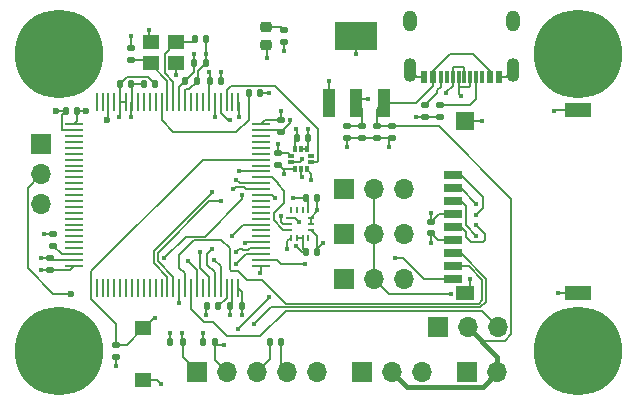
<source format=gbr>
%TF.GenerationSoftware,KiCad,Pcbnew,8.0.4*%
%TF.CreationDate,2024-11-29T22:22:17-05:00*%
%TF.ProjectId,SRSFC,53525346-432e-46b6-9963-61645f706362,V1.0*%
%TF.SameCoordinates,Original*%
%TF.FileFunction,Copper,L1,Top*%
%TF.FilePolarity,Positive*%
%FSLAX46Y46*%
G04 Gerber Fmt 4.6, Leading zero omitted, Abs format (unit mm)*
G04 Created by KiCad (PCBNEW 8.0.4) date 2024-11-29 22:22:17*
%MOMM*%
%LPD*%
G01*
G04 APERTURE LIST*
G04 Aperture macros list*
%AMRoundRect*
0 Rectangle with rounded corners*
0 $1 Rounding radius*
0 $2 $3 $4 $5 $6 $7 $8 $9 X,Y pos of 4 corners*
0 Add a 4 corners polygon primitive as box body*
4,1,4,$2,$3,$4,$5,$6,$7,$8,$9,$2,$3,0*
0 Add four circle primitives for the rounded corners*
1,1,$1+$1,$2,$3*
1,1,$1+$1,$4,$5*
1,1,$1+$1,$6,$7*
1,1,$1+$1,$8,$9*
0 Add four rect primitives between the rounded corners*
20,1,$1+$1,$2,$3,$4,$5,0*
20,1,$1+$1,$4,$5,$6,$7,0*
20,1,$1+$1,$6,$7,$8,$9,0*
20,1,$1+$1,$8,$9,$2,$3,0*%
G04 Aperture macros list end*
%TA.AperFunction,ComponentPad*%
%ADD10R,1.700000X1.700000*%
%TD*%
%TA.AperFunction,ComponentPad*%
%ADD11O,1.700000X1.700000*%
%TD*%
%TA.AperFunction,SMDPad,CuDef*%
%ADD12RoundRect,0.140000X0.140000X0.170000X-0.140000X0.170000X-0.140000X-0.170000X0.140000X-0.170000X0*%
%TD*%
%TA.AperFunction,SMDPad,CuDef*%
%ADD13RoundRect,0.140000X-0.140000X-0.170000X0.140000X-0.170000X0.140000X0.170000X-0.140000X0.170000X0*%
%TD*%
%TA.AperFunction,SMDPad,CuDef*%
%ADD14R,0.980000X2.470000*%
%TD*%
%TA.AperFunction,SMDPad,CuDef*%
%ADD15R,3.600000X2.470000*%
%TD*%
%TA.AperFunction,SMDPad,CuDef*%
%ADD16R,0.280000X1.500000*%
%TD*%
%TA.AperFunction,SMDPad,CuDef*%
%ADD17R,1.500000X0.280000*%
%TD*%
%TA.AperFunction,SMDPad,CuDef*%
%ADD18RoundRect,0.135000X-0.135000X-0.185000X0.135000X-0.185000X0.135000X0.185000X-0.135000X0.185000X0*%
%TD*%
%TA.AperFunction,SMDPad,CuDef*%
%ADD19R,0.550000X1.100000*%
%TD*%
%TA.AperFunction,SMDPad,CuDef*%
%ADD20R,0.300000X1.100000*%
%TD*%
%TA.AperFunction,ComponentPad*%
%ADD21O,1.100000X2.000000*%
%TD*%
%TA.AperFunction,ComponentPad*%
%ADD22O,1.200000X1.800000*%
%TD*%
%TA.AperFunction,SMDPad,CuDef*%
%ADD23RoundRect,0.135000X-0.185000X0.135000X-0.185000X-0.135000X0.185000X-0.135000X0.185000X0.135000X0*%
%TD*%
%TA.AperFunction,SMDPad,CuDef*%
%ADD24RoundRect,0.140000X0.170000X-0.140000X0.170000X0.140000X-0.170000X0.140000X-0.170000X-0.140000X0*%
%TD*%
%TA.AperFunction,SMDPad,CuDef*%
%ADD25RoundRect,0.135000X0.185000X-0.135000X0.185000X0.135000X-0.185000X0.135000X-0.185000X-0.135000X0*%
%TD*%
%TA.AperFunction,SMDPad,CuDef*%
%ADD26RoundRect,0.140000X-0.170000X0.140000X-0.170000X-0.140000X0.170000X-0.140000X0.170000X0.140000X0*%
%TD*%
%TA.AperFunction,ComponentPad*%
%ADD27C,7.500000*%
%TD*%
%TA.AperFunction,SMDPad,CuDef*%
%ADD28R,0.280000X0.500000*%
%TD*%
%TA.AperFunction,SMDPad,CuDef*%
%ADD29R,0.500000X0.280000*%
%TD*%
%TA.AperFunction,SMDPad,CuDef*%
%ADD30RoundRect,0.218750X0.256250X-0.218750X0.256250X0.218750X-0.256250X0.218750X-0.256250X-0.218750X0*%
%TD*%
%TA.AperFunction,SMDPad,CuDef*%
%ADD31RoundRect,0.135000X0.135000X0.185000X-0.135000X0.185000X-0.135000X-0.185000X0.135000X-0.185000X0*%
%TD*%
%TA.AperFunction,SMDPad,CuDef*%
%ADD32R,1.600000X0.700000*%
%TD*%
%TA.AperFunction,SMDPad,CuDef*%
%ADD33R,1.500000X1.200000*%
%TD*%
%TA.AperFunction,SMDPad,CuDef*%
%ADD34R,2.200000X1.200000*%
%TD*%
%TA.AperFunction,SMDPad,CuDef*%
%ADD35R,1.500000X1.600000*%
%TD*%
%TA.AperFunction,SMDPad,CuDef*%
%ADD36R,0.500000X0.300000*%
%TD*%
%TA.AperFunction,SMDPad,CuDef*%
%ADD37R,0.300000X0.500000*%
%TD*%
%TA.AperFunction,SMDPad,CuDef*%
%ADD38R,1.400000X1.200000*%
%TD*%
%TA.AperFunction,SMDPad,CuDef*%
%ADD39R,1.360000X1.230000*%
%TD*%
%TA.AperFunction,ViaPad*%
%ADD40C,0.450000*%
%TD*%
%TA.AperFunction,ViaPad*%
%ADD41C,0.600000*%
%TD*%
%TA.AperFunction,Conductor*%
%ADD42C,0.200000*%
%TD*%
%TA.AperFunction,Conductor*%
%ADD43C,0.400000*%
%TD*%
G04 APERTURE END LIST*
D10*
%TO.P,J6,1,Pin_1*%
%TO.N,GND*%
X147066000Y-101092000D03*
D11*
%TO.P,J6,2,Pin_2*%
%TO.N,VCC*%
X149606000Y-101092000D03*
%TO.P,J6,3,Pin_3*%
%TO.N,/servo_4*%
X152146000Y-101092000D03*
%TD*%
D12*
%TO.P,C1,1*%
%TO.N,GND*%
X139926000Y-89154000D03*
%TO.P,C1,2*%
%TO.N,/nrst*%
X138966000Y-89154000D03*
%TD*%
D10*
%TO.P,J1,1,Pin_1*%
%TO.N,/SWCLK*%
X134620000Y-112776000D03*
D11*
%TO.P,J1,2,Pin_2*%
%TO.N,/SWDIO*%
X137160000Y-112776000D03*
%TO.P,J1,3,Pin_3*%
%TO.N,GND*%
X139700000Y-112776000D03*
%TO.P,J1,4,Pin_4*%
%TO.N,+3.3V*%
X142240000Y-112776000D03*
%TO.P,J1,5,Pin_5*%
%TO.N,/boot0*%
X144780000Y-112776000D03*
%TD*%
D13*
%TO.P,C28,1*%
%TO.N,+3.3V*%
X143058000Y-92964000D03*
%TO.P,C28,2*%
%TO.N,GND*%
X144018000Y-92964000D03*
%TD*%
D14*
%TO.P,U5,1,ADJ(GND)*%
%TO.N,GND*%
X145782000Y-89957000D03*
%TO.P,U5,2,VOUT(TAB)*%
%TO.N,+3.3V*%
X148082000Y-89957000D03*
%TO.P,U5,3,VIN*%
%TO.N,VCC*%
X150382000Y-89957000D03*
D15*
%TO.P,U5,4,TAB*%
%TO.N,+3.3V*%
X148082000Y-84287000D03*
%TD*%
D16*
%TO.P,U1,1,PE2*%
%TO.N,/SPI_SCK_BMP*%
X138080000Y-89890000D03*
%TO.P,U1,2,PE3*%
%TO.N,unconnected-(U1-PE3-Pad2)*%
X137580000Y-89890000D03*
%TO.P,U1,3,PE4*%
%TO.N,/SPI_CS_BMP*%
X137080000Y-89890000D03*
%TO.P,U1,4,PE5*%
%TO.N,/SPI_MISO_BMP*%
X136580000Y-89890000D03*
%TO.P,U1,5,PE6*%
%TO.N,/SPI_MOSI_BMP*%
X136080000Y-89890000D03*
%TO.P,U1,6,VBAT*%
%TO.N,+3.3V*%
X135580000Y-89890000D03*
%TO.P,U1,7,PC13*%
%TO.N,unconnected-(U1-PC13-Pad7)*%
X135080000Y-89890000D03*
%TO.P,U1,8,PC14-OSC32_IN*%
%TO.N,unconnected-(U1-PC14-OSC32_IN-Pad8)*%
X134580000Y-89890000D03*
%TO.P,U1,9,PC15-OSC32_OUT*%
%TO.N,unconnected-(U1-PC15-OSC32_OUT-Pad9)*%
X134080000Y-89890000D03*
%TO.P,U1,10,VSS*%
%TO.N,GND*%
X133580000Y-89890000D03*
%TO.P,U1,11,VDD*%
%TO.N,+3.3V*%
X133080000Y-89890000D03*
%TO.P,U1,12,PH0-OSC_IN*%
%TO.N,Net-(U1-PH0-OSC_IN)*%
X132580000Y-89890000D03*
%TO.P,U1,13,PH1-OSC_OUT*%
%TO.N,Net-(U1-PH1-OSC_OUT)*%
X132080000Y-89890000D03*
%TO.P,U1,14,NRST*%
%TO.N,/nrst*%
X131580000Y-89890000D03*
%TO.P,U1,15,PC0*%
%TO.N,unconnected-(U1-PC0-Pad15)*%
X131080000Y-89890000D03*
%TO.P,U1,16,PC1*%
%TO.N,unconnected-(U1-PC1-Pad16)*%
X130580000Y-89890000D03*
%TO.P,U1,17,PC2_C*%
%TO.N,unconnected-(U1-PC2_C-Pad17)*%
X130080000Y-89890000D03*
%TO.P,U1,18,PC3_C*%
%TO.N,unconnected-(U1-PC3_C-Pad18)*%
X129580000Y-89890000D03*
%TO.P,U1,19,VSSA*%
%TO.N,GND*%
X129080000Y-89890000D03*
%TO.P,U1,20,VREF+*%
%TO.N,+3.3V*%
X128580000Y-89890000D03*
%TO.P,U1,21,VDDA*%
X128080000Y-89890000D03*
%TO.P,U1,22,PA0*%
%TO.N,unconnected-(U1-PA0-Pad22)*%
X127580000Y-89890000D03*
%TO.P,U1,23,PA1*%
%TO.N,/IBUS_RX*%
X127080000Y-89890000D03*
%TO.P,U1,24,PA2*%
%TO.N,unconnected-(U1-PA2-Pad24)*%
X126580000Y-89890000D03*
%TO.P,U1,25,PA3*%
%TO.N,unconnected-(U1-PA3-Pad25)*%
X126080000Y-89890000D03*
D17*
%TO.P,U1,26,VSS*%
%TO.N,GND*%
X124180000Y-91790000D03*
%TO.P,U1,27,VDD*%
%TO.N,+3.3V*%
X124180000Y-92290000D03*
%TO.P,U1,28,PA4*%
%TO.N,unconnected-(U1-PA4-Pad28)*%
X124180000Y-92790000D03*
%TO.P,U1,29,PA5*%
%TO.N,unconnected-(U1-PA5-Pad29)*%
X124180000Y-93290000D03*
%TO.P,U1,30,PA6*%
%TO.N,unconnected-(U1-PA6-Pad30)*%
X124180000Y-93790000D03*
%TO.P,U1,31,PA7*%
%TO.N,unconnected-(U1-PA7-Pad31)*%
X124180000Y-94290000D03*
%TO.P,U1,32,PC4*%
%TO.N,unconnected-(U1-PC4-Pad32)*%
X124180000Y-94790000D03*
%TO.P,U1,33,PC5*%
%TO.N,unconnected-(U1-PC5-Pad33)*%
X124180000Y-95290000D03*
%TO.P,U1,34,PB0*%
%TO.N,unconnected-(U1-PB0-Pad34)*%
X124180000Y-95790000D03*
%TO.P,U1,35,PB1*%
%TO.N,unconnected-(U1-PB1-Pad35)*%
X124180000Y-96290000D03*
%TO.P,U1,36,PB2*%
%TO.N,unconnected-(U1-PB2-Pad36)*%
X124180000Y-96790000D03*
%TO.P,U1,37,PE7*%
%TO.N,unconnected-(U1-PE7-Pad37)*%
X124180000Y-97290000D03*
%TO.P,U1,38,PE8*%
%TO.N,unconnected-(U1-PE8-Pad38)*%
X124180000Y-97790000D03*
%TO.P,U1,39,PE9*%
%TO.N,unconnected-(U1-PE9-Pad39)*%
X124180000Y-98290000D03*
%TO.P,U1,40,PE10*%
%TO.N,unconnected-(U1-PE10-Pad40)*%
X124180000Y-98790000D03*
%TO.P,U1,41,PE11*%
%TO.N,unconnected-(U1-PE11-Pad41)*%
X124180000Y-99290000D03*
%TO.P,U1,42,PE12*%
%TO.N,unconnected-(U1-PE12-Pad42)*%
X124180000Y-99790000D03*
%TO.P,U1,43,PE13*%
%TO.N,unconnected-(U1-PE13-Pad43)*%
X124180000Y-100290000D03*
%TO.P,U1,44,PE14*%
%TO.N,unconnected-(U1-PE14-Pad44)*%
X124180000Y-100790000D03*
%TO.P,U1,45,PE15*%
%TO.N,unconnected-(U1-PE15-Pad45)*%
X124180000Y-101290000D03*
%TO.P,U1,46,PB10*%
%TO.N,unconnected-(U1-PB10-Pad46)*%
X124180000Y-101790000D03*
%TO.P,U1,47,PB11*%
%TO.N,unconnected-(U1-PB11-Pad47)*%
X124180000Y-102290000D03*
%TO.P,U1,48,VCAP*%
%TO.N,Net-(C10-Pad1)*%
X124180000Y-102790000D03*
%TO.P,U1,49,VSS*%
%TO.N,GND*%
X124180000Y-103290000D03*
%TO.P,U1,50,VDD*%
%TO.N,+3.3V*%
X124180000Y-103790000D03*
D16*
%TO.P,U1,51,PB12*%
%TO.N,unconnected-(U1-PB12-Pad51)*%
X126080000Y-105690000D03*
%TO.P,U1,52,PB13*%
%TO.N,unconnected-(U1-PB13-Pad52)*%
X126580000Y-105690000D03*
%TO.P,U1,53,PB14*%
%TO.N,unconnected-(U1-PB14-Pad53)*%
X127080000Y-105690000D03*
%TO.P,U1,54,PB15*%
%TO.N,unconnected-(U1-PB15-Pad54)*%
X127580000Y-105690000D03*
%TO.P,U1,55,PD8*%
%TO.N,unconnected-(U1-PD8-Pad55)*%
X128080000Y-105690000D03*
%TO.P,U1,56,PD9*%
%TO.N,unconnected-(U1-PD9-Pad56)*%
X128580000Y-105690000D03*
%TO.P,U1,57,PD10*%
%TO.N,unconnected-(U1-PD10-Pad57)*%
X129080000Y-105690000D03*
%TO.P,U1,58,PD11*%
%TO.N,unconnected-(U1-PD11-Pad58)*%
X129580000Y-105690000D03*
%TO.P,U1,59,PD12*%
%TO.N,unconnected-(U1-PD12-Pad59)*%
X130080000Y-105690000D03*
%TO.P,U1,60,PD13*%
%TO.N,unconnected-(U1-PD13-Pad60)*%
X130580000Y-105690000D03*
%TO.P,U1,61,PD14*%
%TO.N,unconnected-(U1-PD14-Pad61)*%
X131080000Y-105690000D03*
%TO.P,U1,62,PD15*%
%TO.N,unconnected-(U1-PD15-Pad62)*%
X131580000Y-105690000D03*
%TO.P,U1,63,PC6*%
%TO.N,/servo_3*%
X132080000Y-105690000D03*
%TO.P,U1,64,PC7*%
%TO.N,/servo_4*%
X132580000Y-105690000D03*
%TO.P,U1,65,PC8*%
%TO.N,/SDIO_D0*%
X133080000Y-105690000D03*
%TO.P,U1,66,PC9*%
%TO.N,/SDIO_D1*%
X133580000Y-105690000D03*
%TO.P,U1,67,PA8*%
%TO.N,/servo_2*%
X134080000Y-105690000D03*
%TO.P,U1,68,PA9*%
%TO.N,/servo_5*%
X134580000Y-105690000D03*
%TO.P,U1,69,PA10*%
%TO.N,unconnected-(U1-PA10-Pad69)*%
X135080000Y-105690000D03*
%TO.P,U1,70,PA11*%
%TO.N,/USB-*%
X135580000Y-105690000D03*
%TO.P,U1,71,PA12*%
%TO.N,/USB+*%
X136080000Y-105690000D03*
%TO.P,U1,72,PA13*%
%TO.N,/SWDIO*%
X136580000Y-105690000D03*
%TO.P,U1,73,VCAP*%
%TO.N,Net-(C12-Pad1)*%
X137080000Y-105690000D03*
%TO.P,U1,74,VSS*%
%TO.N,GND*%
X137580000Y-105690000D03*
%TO.P,U1,75,VDD*%
%TO.N,+3.3V*%
X138080000Y-105690000D03*
D17*
%TO.P,U1,76,PA14*%
%TO.N,/SWCLK*%
X139980000Y-103790000D03*
%TO.P,U1,77,PA15*%
%TO.N,/SD_CD*%
X139980000Y-103290000D03*
%TO.P,U1,78,PC10*%
%TO.N,/SDIO_D2*%
X139980000Y-102790000D03*
%TO.P,U1,79,PC11*%
%TO.N,/SDIO_D3*%
X139980000Y-102290000D03*
%TO.P,U1,80,PC12*%
%TO.N,/SDIO_SCK*%
X139980000Y-101790000D03*
%TO.P,U1,81,PD0*%
%TO.N,unconnected-(U1-PD0-Pad81)*%
X139980000Y-101290000D03*
%TO.P,U1,82,PD1*%
%TO.N,unconnected-(U1-PD1-Pad82)*%
X139980000Y-100790000D03*
%TO.P,U1,83,PD2*%
%TO.N,/SDIO_CMD*%
X139980000Y-100290000D03*
%TO.P,U1,84,PD3*%
%TO.N,unconnected-(U1-PD3-Pad84)*%
X139980000Y-99790000D03*
%TO.P,U1,85,PD4*%
%TO.N,unconnected-(U1-PD4-Pad85)*%
X139980000Y-99290000D03*
%TO.P,U1,86,PD5*%
%TO.N,unconnected-(U1-PD5-Pad86)*%
X139980000Y-98790000D03*
%TO.P,U1,87,PD6*%
%TO.N,unconnected-(U1-PD6-Pad87)*%
X139980000Y-98290000D03*
%TO.P,U1,88,PD7*%
%TO.N,/SPI_CS_LSM*%
X139980000Y-97790000D03*
%TO.P,U1,89,PB3*%
%TO.N,/SPI_SCK_LSM*%
X139980000Y-97290000D03*
%TO.P,U1,90,PB4*%
%TO.N,/SPI_MISO_LSM*%
X139980000Y-96790000D03*
%TO.P,U1,91,PB5*%
%TO.N,/SPI_MOSI_LSM*%
X139980000Y-96290000D03*
%TO.P,U1,92,PB6*%
%TO.N,/servo_1*%
X139980000Y-95790000D03*
%TO.P,U1,93,PB7*%
%TO.N,unconnected-(U1-PB7-Pad93)*%
X139980000Y-95290000D03*
%TO.P,U1,94,BOOT0*%
%TO.N,/boot0*%
X139980000Y-94790000D03*
%TO.P,U1,95,PB8*%
%TO.N,unconnected-(U1-PB8-Pad95)*%
X139980000Y-94290000D03*
%TO.P,U1,96,PB9*%
%TO.N,unconnected-(U1-PB9-Pad96)*%
X139980000Y-93790000D03*
%TO.P,U1,97,PE0*%
%TO.N,unconnected-(U1-PE0-Pad97)*%
X139980000Y-93290000D03*
%TO.P,U1,98,PE1*%
%TO.N,unconnected-(U1-PE1-Pad98)*%
X139980000Y-92790000D03*
%TO.P,U1,99,VSS*%
%TO.N,GND*%
X139980000Y-92290000D03*
%TO.P,U1,100,VDD*%
%TO.N,+3.3V*%
X139980000Y-91790000D03*
%TD*%
D18*
%TO.P,R5,1*%
%TO.N,GND*%
X132334000Y-110236000D03*
%TO.P,R5,2*%
%TO.N,/SWCLK*%
X133354000Y-110236000D03*
%TD*%
D19*
%TO.P,USB1,1,GND*%
%TO.N,GND*%
X160172000Y-87791500D03*
%TO.P,USB1,2,VBUS*%
%TO.N,VCC*%
X159372000Y-87791500D03*
D20*
%TO.P,USB1,3,SBU2*%
%TO.N,unconnected-(USB1-SBU2-Pad3)*%
X158722000Y-87791500D03*
%TO.P,USB1,4,CC1*%
%TO.N,Net-(USB1-CC1)*%
X158222000Y-87791500D03*
%TO.P,USB1,5,DN2*%
%TO.N,/USB-*%
X157722000Y-87791500D03*
%TO.P,USB1,6,DP1*%
%TO.N,/USB+*%
X157222000Y-87791500D03*
%TO.P,USB1,7,DN1*%
%TO.N,/USB-*%
X156722000Y-87791500D03*
%TO.P,USB1,8,DP2*%
%TO.N,/USB+*%
X156222000Y-87791500D03*
%TO.P,USB1,9,SBU1*%
%TO.N,unconnected-(USB1-SBU1-Pad9)*%
X155722000Y-87791500D03*
%TO.P,USB1,10,CC2*%
%TO.N,Net-(USB1-CC2)*%
X155222000Y-87791500D03*
D19*
%TO.P,USB1,11,VBUS*%
%TO.N,VCC*%
X154572000Y-87791500D03*
%TO.P,USB1,12,GND*%
%TO.N,GND*%
X153772000Y-87791500D03*
D21*
%TO.P,USB1,13,SHELL*%
X161297000Y-87241500D03*
D22*
X161297000Y-83041500D03*
D21*
%TO.P,USB1,14,SHELL*%
X152647000Y-87241500D03*
D22*
X152647000Y-83041500D03*
%TD*%
D12*
%TO.P,C11,1*%
%TO.N,GND*%
X136624000Y-88138000D03*
%TO.P,C11,2*%
%TO.N,+3.3V*%
X135664000Y-88138000D03*
%TD*%
D13*
%TO.P,C2,1*%
%TO.N,Net-(U1-PH0-OSC_IN)*%
X134422000Y-84582000D03*
%TO.P,C2,2*%
%TO.N,GND*%
X135382000Y-84582000D03*
%TD*%
D23*
%TO.P,R4,1*%
%TO.N,Net-(USB1-CC1)*%
X155194000Y-90170000D03*
%TO.P,R4,2*%
%TO.N,GND*%
X155194000Y-91190000D03*
%TD*%
D10*
%TO.P,J8,1,Pin_1*%
%TO.N,GND*%
X121412000Y-93472000D03*
D11*
%TO.P,J8,2,Pin_2*%
%TO.N,VCC*%
X121412000Y-96012000D03*
%TO.P,J8,3,Pin_3*%
%TO.N,/IBUS_RX*%
X121412000Y-98552000D03*
%TD*%
D12*
%TO.P,C5,1*%
%TO.N,+3.3V*%
X131036000Y-88392000D03*
%TO.P,C5,2*%
%TO.N,GND*%
X130076000Y-88392000D03*
%TD*%
D10*
%TO.P,J3,1,Pin_1*%
%TO.N,GND*%
X148590000Y-112776000D03*
D11*
%TO.P,J3,2,Pin_2*%
%TO.N,VCC*%
X151130000Y-112776000D03*
%TO.P,J3,3,Pin_3*%
%TO.N,/servo_1*%
X153670000Y-112776000D03*
%TD*%
D24*
%TO.P,C10,1*%
%TO.N,Net-(C10-Pad1)*%
X122428000Y-102080000D03*
%TO.P,C10,2*%
%TO.N,GND*%
X122428000Y-101120000D03*
%TD*%
D25*
%TO.P,R1,1*%
%TO.N,GND*%
X127762000Y-111508000D03*
%TO.P,R1,2*%
%TO.N,/boot0*%
X127762000Y-110488000D03*
%TD*%
D26*
%TO.P,C22,1*%
%TO.N,+3.3V*%
X147320000Y-91976000D03*
%TO.P,C22,2*%
%TO.N,GND*%
X147320000Y-92936000D03*
%TD*%
D23*
%TO.P,R3,1*%
%TO.N,Net-(USB1-CC2)*%
X153924000Y-90166000D03*
%TO.P,R3,2*%
%TO.N,GND*%
X153924000Y-91186000D03*
%TD*%
D13*
%TO.P,C8,1*%
%TO.N,+3.3V*%
X123472000Y-90678000D03*
%TO.P,C8,2*%
%TO.N,GND*%
X124432000Y-90678000D03*
%TD*%
D12*
%TO.P,C26,1*%
%TO.N,+3.3V*%
X141732000Y-110236000D03*
%TO.P,C26,2*%
%TO.N,GND*%
X140772000Y-110236000D03*
%TD*%
%TO.P,C4,1*%
%TO.N,GND*%
X135326000Y-86614000D03*
%TO.P,C4,2*%
%TO.N,+3.3V*%
X134366000Y-86614000D03*
%TD*%
D27*
%TO.P,H4,1*%
%TO.N,N/C*%
X166878000Y-110998000D03*
%TD*%
D10*
%TO.P,J7,1,Pin_1*%
%TO.N,GND*%
X147066000Y-97282000D03*
D11*
%TO.P,J7,2,Pin_2*%
%TO.N,VCC*%
X149606000Y-97282000D03*
%TO.P,J7,3,Pin_3*%
%TO.N,/servo_5*%
X152146000Y-97282000D03*
%TD*%
D26*
%TO.P,C24,1*%
%TO.N,VCC*%
X149860000Y-91976000D03*
%TO.P,C24,2*%
%TO.N,GND*%
X149860000Y-92936000D03*
%TD*%
D24*
%TO.P,C3,1*%
%TO.N,Net-(U1-PH1-OSC_OUT)*%
X129032000Y-86332000D03*
%TO.P,C3,2*%
%TO.N,GND*%
X129032000Y-85372000D03*
%TD*%
D10*
%TO.P,J5,1,Pin_1*%
%TO.N,GND*%
X147066000Y-104902000D03*
D11*
%TO.P,J5,2,Pin_2*%
%TO.N,VCC*%
X149606000Y-104902000D03*
%TO.P,J5,3,Pin_3*%
%TO.N,/servo_3*%
X152146000Y-104902000D03*
%TD*%
D13*
%TO.P,C7,1*%
%TO.N,+3.3V*%
X128044000Y-88392000D03*
%TO.P,C7,2*%
%TO.N,GND*%
X129004000Y-88392000D03*
%TD*%
D12*
%TO.P,C13,1*%
%TO.N,+3.3V*%
X138374000Y-107188000D03*
%TO.P,C13,2*%
%TO.N,GND*%
X137414000Y-107188000D03*
%TD*%
D23*
%TO.P,R2,1*%
%TO.N,Net-(D1-A)*%
X141986000Y-83818000D03*
%TO.P,R2,2*%
%TO.N,+3.3V*%
X141986000Y-84838000D03*
%TD*%
D10*
%TO.P,J2,1,Pin_1*%
%TO.N,GND*%
X157480000Y-112776000D03*
D11*
%TO.P,J2,2,Pin_2*%
%TO.N,VCC*%
X160020000Y-112776000D03*
%TD*%
D24*
%TO.P,C6,1*%
%TO.N,+3.3V*%
X122174000Y-104112000D03*
%TO.P,C6,2*%
%TO.N,GND*%
X122174000Y-103152000D03*
%TD*%
D26*
%TO.P,C25,1*%
%TO.N,VCC*%
X151130000Y-91976000D03*
%TO.P,C25,2*%
%TO.N,GND*%
X151130000Y-92936000D03*
%TD*%
D27*
%TO.P,H3,1*%
%TO.N,N/C*%
X122936000Y-110998000D03*
%TD*%
D24*
%TO.P,C27,1*%
%TO.N,GND*%
X154432000Y-101036000D03*
%TO.P,C27,2*%
%TO.N,+3.3V*%
X154432000Y-100076000D03*
%TD*%
D28*
%TO.P,U2,1,SDO/SA0*%
%TO.N,/SPI_MISO_LSM*%
X142518000Y-101410000D03*
%TO.P,U2,2,SDx*%
%TO.N,GND*%
X143018000Y-101410000D03*
%TO.P,U2,3,SCx*%
X143518000Y-101410000D03*
%TO.P,U2,4,INT1*%
%TO.N,unconnected-(U2-INT1-Pad4)*%
X144018000Y-101410000D03*
D29*
%TO.P,U2,5,VDDIO*%
%TO.N,+3.3V*%
X144193000Y-100735000D03*
%TO.P,U2,6,GND*%
%TO.N,GND*%
X144193000Y-100235000D03*
%TO.P,U2,7,GND*%
X144193000Y-99735000D03*
D28*
%TO.P,U2,8,VDD*%
%TO.N,+3.3V*%
X144018000Y-99060000D03*
%TO.P,U2,9,INT2*%
%TO.N,unconnected-(U2-INT2-Pad9)*%
X143518000Y-99060000D03*
%TO.P,U2,10,OCS_Aux*%
%TO.N,unconnected-(U2-OCS_Aux-Pad10)*%
X143018000Y-99060000D03*
%TO.P,U2,11,SDO_Aux*%
%TO.N,unconnected-(U2-SDO_Aux-Pad11)*%
X142518000Y-99060000D03*
D29*
%TO.P,U2,12,CS*%
%TO.N,/SPI_CS_LSM*%
X142343000Y-99735000D03*
%TO.P,U2,13,SCL*%
%TO.N,/SPI_SCK_LSM*%
X142343000Y-100235000D03*
%TO.P,U2,14,SDA*%
%TO.N,/SPI_MOSI_LSM*%
X142343000Y-100735000D03*
%TD*%
D13*
%TO.P,C15,1*%
%TO.N,+3.3V*%
X143792000Y-98044000D03*
%TO.P,C15,2*%
%TO.N,GND*%
X144752000Y-98044000D03*
%TD*%
%TO.P,C16,1*%
%TO.N,GND*%
X143792000Y-102616000D03*
%TO.P,C16,2*%
%TO.N,+3.3V*%
X144752000Y-102616000D03*
%TD*%
D26*
%TO.P,C14,1*%
%TO.N,+3.3V*%
X141732000Y-91468000D03*
%TO.P,C14,2*%
%TO.N,GND*%
X141732000Y-92428000D03*
%TD*%
D12*
%TO.P,C12,1*%
%TO.N,Net-(C12-Pad1)*%
X136370000Y-107188000D03*
%TO.P,C12,2*%
%TO.N,GND*%
X135410000Y-107188000D03*
%TD*%
D30*
%TO.P,D1,1,K*%
%TO.N,GND*%
X140462000Y-85115500D03*
%TO.P,D1,2,A*%
%TO.N,Net-(D1-A)*%
X140462000Y-83540500D03*
%TD*%
D31*
%TO.P,R6,1*%
%TO.N,/SWDIO*%
X136144000Y-110236000D03*
%TO.P,R6,2*%
%TO.N,+3.3V*%
X135124000Y-110236000D03*
%TD*%
D32*
%TO.P,CARD1,1,DAT2*%
%TO.N,/SDIO_D2*%
X156244000Y-96100000D03*
%TO.P,CARD1,2,CD/DAT3*%
%TO.N,/SDIO_D3*%
X156244000Y-97200000D03*
%TO.P,CARD1,3,CMD*%
%TO.N,/SDIO_CMD*%
X156244000Y-98300000D03*
%TO.P,CARD1,4,VDD*%
%TO.N,+3.3V*%
X156244000Y-99400000D03*
%TO.P,CARD1,5,CLX*%
%TO.N,/SDIO_SCK*%
X156244000Y-100500000D03*
%TO.P,CARD1,6,VSS*%
%TO.N,GND*%
X156244000Y-101600000D03*
%TO.P,CARD1,7,DAT0*%
%TO.N,/SDIO_D0*%
X156244000Y-102700000D03*
%TO.P,CARD1,8,DAT1*%
%TO.N,/SDIO_D1*%
X156244000Y-103800000D03*
D33*
%TO.P,CARD1,10,10*%
%TO.N,GND*%
X157244000Y-106100000D03*
D34*
%TO.P,CARD1,11,11*%
X166844000Y-106100000D03*
%TO.P,CARD1,12,12*%
X166844000Y-90600000D03*
D35*
%TO.P,CARD1,13,13*%
X157244000Y-91500000D03*
D32*
%TO.P,CARD1,CD,CD*%
%TO.N,/SD_CD*%
X156244000Y-104900000D03*
%TD*%
D36*
%TO.P,U6,1,VDDIO*%
%TO.N,+3.3V*%
X142530000Y-94488000D03*
%TO.P,U6,2,SCK*%
%TO.N,/SPI_SCK_BMP*%
X142530000Y-94988000D03*
D37*
%TO.P,U6,3,VSS*%
%TO.N,GND*%
X142901000Y-95607000D03*
%TO.P,U6,4,SDI*%
%TO.N,/SPI_MOSI_BMP*%
X143401000Y-95607000D03*
%TO.P,U6,5,SDO*%
%TO.N,/SPI_MISO_BMP*%
X143901000Y-95607000D03*
D36*
%TO.P,U6,6,CSB*%
%TO.N,/SPI_CS_BMP*%
X144272000Y-94988000D03*
%TO.P,U6,7,INT*%
%TO.N,unconnected-(U6-INT-Pad7)*%
X144272000Y-94488000D03*
D37*
%TO.P,U6,8,VSS*%
%TO.N,GND*%
X143901000Y-93869000D03*
%TO.P,U6,9,VSS*%
X143401000Y-93869000D03*
%TO.P,U6,10,VDD*%
%TO.N,+3.3V*%
X142901000Y-93869000D03*
%TD*%
D10*
%TO.P,J4,1,Pin_1*%
%TO.N,GND*%
X154955000Y-108966000D03*
D11*
%TO.P,J4,2,Pin_2*%
%TO.N,VCC*%
X157495000Y-108966000D03*
%TO.P,J4,3,Pin_3*%
%TO.N,/servo_2*%
X160035000Y-108966000D03*
%TD*%
D38*
%TO.P,X1,1,OSC1*%
%TO.N,Net-(U1-PH1-OSC_OUT)*%
X130642000Y-86614000D03*
%TO.P,X1,2,GND*%
%TO.N,GND*%
X132842000Y-86614000D03*
%TO.P,X1,3,OSC2*%
%TO.N,Net-(U1-PH0-OSC_IN)*%
X132842000Y-84864000D03*
%TO.P,X1,4,GND*%
%TO.N,GND*%
X130642000Y-84864000D03*
%TD*%
D27*
%TO.P,H2,1*%
%TO.N,N/C*%
X166878000Y-85852000D03*
%TD*%
D39*
%TO.P,SW1,1,1*%
%TO.N,+3.3V*%
X130048000Y-113437000D03*
%TO.P,SW1,2,2*%
%TO.N,/boot0*%
X130048000Y-109067000D03*
%TD*%
D13*
%TO.P,C9,1*%
%TO.N,+3.3V*%
X133604000Y-88138000D03*
%TO.P,C9,2*%
%TO.N,GND*%
X134564000Y-88138000D03*
%TD*%
D27*
%TO.P,H1,1*%
%TO.N,N/C*%
X122936000Y-85852000D03*
%TD*%
D26*
%TO.P,C17,1*%
%TO.N,+3.3V*%
X141478000Y-94262000D03*
%TO.P,C17,2*%
%TO.N,GND*%
X141478000Y-95222000D03*
%TD*%
%TO.P,C23,1*%
%TO.N,+3.3V*%
X148590000Y-91976000D03*
%TO.P,C23,2*%
%TO.N,GND*%
X148590000Y-92936000D03*
%TD*%
D40*
%TO.N,GND*%
X136652000Y-87376000D03*
X158690000Y-91500000D03*
X135382000Y-85852000D03*
X141986000Y-96012000D03*
X150876000Y-93726000D03*
X153162000Y-91186000D03*
X147320000Y-93726000D03*
X121666000Y-101092000D03*
D41*
X125222000Y-90678000D03*
D40*
X127762000Y-112268000D03*
X135382000Y-107950000D03*
X121412000Y-103124000D03*
X142494000Y-91440000D03*
X132334000Y-109474000D03*
X137414000Y-107950000D03*
X164846000Y-90678000D03*
X129032000Y-84328000D03*
X143002000Y-102108000D03*
X144780000Y-99060000D03*
X129032000Y-91186000D03*
X144018000Y-92202000D03*
X145796000Y-88138000D03*
X140716000Y-89154000D03*
X132842000Y-87630000D03*
X165172000Y-106100000D03*
X154432000Y-101854000D03*
X140520793Y-86175316D03*
X130556000Y-83820000D03*
X157734000Y-104902000D03*
%TO.N,+3.3V*%
X131572000Y-113792000D03*
X135636000Y-87376000D03*
X134366000Y-85852000D03*
X121412000Y-104140000D03*
X141478000Y-93472000D03*
X149098000Y-89662000D03*
X141732000Y-90678000D03*
X143002000Y-92202000D03*
X142748000Y-98044000D03*
X135128000Y-109474000D03*
X138430000Y-107950000D03*
X128016000Y-91186000D03*
X154432000Y-99314000D03*
X145288000Y-101854000D03*
X141986000Y-85598000D03*
X148082000Y-85852000D03*
D41*
X122682000Y-90678000D03*
D40*
%TO.N,/servo_3*%
X135890000Y-97536000D03*
%TO.N,/servo_4*%
X136652000Y-98298000D03*
%TO.N,/SWCLK*%
X139954000Y-104394000D03*
X138078122Y-109122122D03*
X133350000Y-109474000D03*
X140716000Y-106426000D03*
%TO.N,/SWDIO*%
X136906000Y-110490000D03*
X136017000Y-103251000D03*
%TO.N,/boot0*%
X131064000Y-108204000D03*
%TO.N,/servo_5*%
X133858000Y-103378000D03*
X138430000Y-97790000D03*
X131826000Y-103124000D03*
%TO.N,/SDIO_D0*%
X139414250Y-108743750D03*
X133096000Y-106934000D03*
%TO.N,/SDIO_D3*%
X158242000Y-98552000D03*
X137922000Y-102616000D03*
%TO.N,/USB-*%
X134874000Y-102616000D03*
X156972000Y-89408000D03*
%TO.N,/USB+*%
X135890000Y-102362000D03*
X155702000Y-89154000D03*
%TO.N,/SPI_CS_LSM*%
X143256000Y-100076000D03*
X141224000Y-98044000D03*
%TO.N,/SPI_SCK_BMP*%
X143510000Y-94742000D03*
X138176000Y-91186000D03*
%TO.N,/SDIO_CMD*%
X137541000Y-101219000D03*
X158242000Y-101219000D03*
%TO.N,/SPI_MISO_BMP*%
X137414000Y-91440000D03*
X144272000Y-96520000D03*
%TO.N,/SDIO_SCK*%
X158242000Y-100330000D03*
X138684000Y-101854000D03*
%TO.N,/SPI_MOSI_BMP*%
X143510000Y-96266000D03*
X136144000Y-91186000D03*
%TO.N,/SD_CD*%
X143764000Y-103632000D03*
X151384000Y-103124000D03*
D41*
%TO.N,/IBUS_RX*%
X127000000Y-91440000D03*
D40*
%TO.N,/SDIO_D2*%
X137922000Y-103632000D03*
X158242000Y-99441000D03*
%TO.N,/SPI_MISO_LSM*%
X137922000Y-96520000D03*
X142240000Y-102362000D03*
%TO.N,/SPI_SCK_LSM*%
X141669182Y-99563302D03*
X137668000Y-97282000D03*
D41*
%TO.N,VCC*%
X123952000Y-106172000D03*
D40*
X156068998Y-106172000D03*
%TO.N,/servo_1*%
X138176000Y-95758000D03*
%TD*%
D42*
%TO.N,/nrst*%
X132588000Y-92456000D02*
X137922000Y-92456000D01*
X131580000Y-91448000D02*
X132588000Y-92456000D01*
X138966000Y-91412000D02*
X138966000Y-89154000D01*
X137922000Y-92456000D02*
X138966000Y-91412000D01*
X131580000Y-89890000D02*
X131580000Y-91448000D01*
%TO.N,GND*%
X141478000Y-95222000D02*
X141863000Y-95607000D01*
X154432000Y-101036000D02*
X154996000Y-101600000D01*
X140520793Y-86175316D02*
X140520793Y-85174293D01*
X129032000Y-91186000D02*
X129032000Y-89938000D01*
X129032000Y-89938000D02*
X129080000Y-89890000D01*
X125222000Y-90678000D02*
X124432000Y-90678000D01*
X154996000Y-101600000D02*
X156244000Y-101600000D01*
X150876000Y-93726000D02*
X150876000Y-93190000D01*
X129004000Y-88392000D02*
X130076000Y-88392000D01*
X137580000Y-107022000D02*
X137580000Y-105690000D01*
X137414000Y-107950000D02*
X137414000Y-107188000D01*
X134564000Y-88194000D02*
X133918000Y-88840000D01*
X144193000Y-100235000D02*
X144193000Y-99735000D01*
X158690000Y-91500000D02*
X157244000Y-91500000D01*
X137414000Y-107188000D02*
X137580000Y-107022000D01*
X144018000Y-92964000D02*
X144018000Y-93752000D01*
X135382000Y-107950000D02*
X135382000Y-107216000D01*
X145796000Y-89943000D02*
X145782000Y-89957000D01*
X143510000Y-102616000D02*
X143792000Y-102616000D01*
X130556000Y-84778000D02*
X130642000Y-84864000D01*
X144752000Y-99032000D02*
X144752000Y-98044000D01*
X140772000Y-110236000D02*
X140772000Y-111704000D01*
X141732000Y-92428000D02*
X141594000Y-92290000D01*
X132334000Y-110236000D02*
X132334000Y-109474000D01*
X144752000Y-99176000D02*
X144752000Y-99088000D01*
X150876000Y-93190000D02*
X151130000Y-92936000D01*
X122174000Y-103152000D02*
X122312000Y-103290000D01*
X143792000Y-102616000D02*
X143518000Y-102342000D01*
X142494000Y-91440000D02*
X142494000Y-91666000D01*
X134564000Y-88138000D02*
X134693000Y-88009000D01*
X153197000Y-87791500D02*
X152647000Y-87241500D01*
X133640000Y-88840000D02*
X133580000Y-88900000D01*
X133918000Y-88840000D02*
X133640000Y-88840000D01*
X142494000Y-91666000D02*
X141732000Y-92428000D01*
X129032000Y-85372000D02*
X129032000Y-84328000D01*
X157734000Y-104902000D02*
X157734000Y-105610000D01*
X135382000Y-107216000D02*
X135410000Y-107188000D01*
X157734000Y-105610000D02*
X157244000Y-106100000D01*
X129080000Y-88468000D02*
X129004000Y-88392000D01*
X130556000Y-83820000D02*
X130556000Y-84778000D01*
X149860000Y-92936000D02*
X151130000Y-92936000D01*
X155190000Y-91186000D02*
X155194000Y-91190000D01*
X148590000Y-92936000D02*
X149860000Y-92936000D01*
X133580000Y-88900000D02*
X133580000Y-89890000D01*
X141986000Y-96012000D02*
X141986000Y-95607000D01*
X122428000Y-101120000D02*
X121694000Y-101120000D01*
X136652000Y-87376000D02*
X136652000Y-88110000D01*
X122174000Y-103152000D02*
X121440000Y-103152000D01*
X122312000Y-103290000D02*
X124180000Y-103290000D01*
X124432000Y-91538000D02*
X124180000Y-91790000D01*
X144018000Y-93752000D02*
X143901000Y-93869000D01*
X141863000Y-95607000D02*
X141986000Y-95607000D01*
X154432000Y-101854000D02*
X154432000Y-101036000D01*
X145796000Y-88138000D02*
X145796000Y-89943000D01*
X147320000Y-93726000D02*
X147320000Y-92936000D01*
X135382000Y-84582000D02*
X135382000Y-85852000D01*
X164924000Y-90600000D02*
X166844000Y-90600000D01*
X160747000Y-87791500D02*
X161297000Y-87241500D01*
X153162000Y-91186000D02*
X153924000Y-91186000D01*
X144752000Y-99088000D02*
X144780000Y-99060000D01*
X144018000Y-92964000D02*
X144018000Y-92202000D01*
X144193000Y-99735000D02*
X144752000Y-99176000D01*
X140772000Y-111704000D02*
X139700000Y-112776000D01*
X165172000Y-106100000D02*
X166844000Y-106100000D01*
X127762000Y-112268000D02*
X127762000Y-111508000D01*
X143018000Y-101410000D02*
X143518000Y-101410000D01*
X141986000Y-95607000D02*
X142901000Y-95607000D01*
X132842000Y-87630000D02*
X132842000Y-86614000D01*
X153924000Y-91186000D02*
X155190000Y-91186000D01*
X121694000Y-101120000D02*
X121666000Y-101092000D01*
X121440000Y-103152000D02*
X121412000Y-103124000D01*
X135382000Y-85852000D02*
X135382000Y-86558000D01*
X147320000Y-92936000D02*
X148590000Y-92936000D01*
X135382000Y-86558000D02*
X135326000Y-86614000D01*
X143002000Y-102108000D02*
X143510000Y-102616000D01*
X134693000Y-87247000D02*
X135326000Y-86614000D01*
X153772000Y-87791500D02*
X153197000Y-87791500D01*
X139926000Y-89154000D02*
X140716000Y-89154000D01*
X143518000Y-102342000D02*
X143518000Y-101410000D01*
X134564000Y-88138000D02*
X134564000Y-88194000D01*
X140520793Y-85174293D02*
X140462000Y-85115500D01*
X129080000Y-89890000D02*
X129080000Y-88468000D01*
X141594000Y-92290000D02*
X139980000Y-92290000D01*
X164846000Y-90678000D02*
X164924000Y-90600000D01*
X134693000Y-88009000D02*
X134693000Y-87247000D01*
X144780000Y-99060000D02*
X144752000Y-99032000D01*
X124432000Y-90678000D02*
X124432000Y-91538000D01*
X136652000Y-88110000D02*
X136624000Y-88138000D01*
X143401000Y-93869000D02*
X143901000Y-93869000D01*
X160172000Y-87791500D02*
X160747000Y-87791500D01*
%TO.N,Net-(U1-PH0-OSC_IN)*%
X132842000Y-84864000D02*
X134140000Y-84864000D01*
X132842000Y-84864000D02*
X131842000Y-85864000D01*
X134140000Y-84864000D02*
X134422000Y-84582000D01*
X132580000Y-88188244D02*
X132580000Y-89890000D01*
X131842000Y-85864000D02*
X131842000Y-87450244D01*
X131842000Y-87450244D02*
X132580000Y-88188244D01*
%TO.N,Net-(U1-PH1-OSC_OUT)*%
X130642000Y-86700000D02*
X132080000Y-88138000D01*
X130642000Y-86614000D02*
X130642000Y-86700000D01*
X130360000Y-86332000D02*
X130642000Y-86614000D01*
X132080000Y-88138000D02*
X132080000Y-89890000D01*
X129032000Y-86332000D02*
X130360000Y-86332000D01*
%TO.N,+3.3V*%
X138430000Y-107950000D02*
X138430000Y-107244000D01*
X148590000Y-90465000D02*
X148082000Y-89957000D01*
X138374000Y-105984000D02*
X138080000Y-105690000D01*
X135664000Y-88138000D02*
X135580000Y-88222000D01*
X128080000Y-89890000D02*
X128580000Y-89890000D01*
X138430000Y-107244000D02*
X138374000Y-107188000D01*
X128080000Y-88428000D02*
X128044000Y-88392000D01*
X131217000Y-113437000D02*
X131572000Y-113792000D01*
X148590000Y-91976000D02*
X148590000Y-90465000D01*
X134366000Y-87376000D02*
X134366000Y-86614000D01*
X141732000Y-91468000D02*
X140302000Y-91468000D01*
X144752000Y-101294000D02*
X144193000Y-100735000D01*
X141732000Y-112268000D02*
X142240000Y-112776000D01*
X134366000Y-85852000D02*
X134366000Y-86614000D01*
X143792000Y-98044000D02*
X144018000Y-98270000D01*
X142748000Y-98044000D02*
X143792000Y-98044000D01*
X141732000Y-110236000D02*
X141732000Y-112268000D01*
X123472000Y-90678000D02*
X123130000Y-91020000D01*
X128654000Y-87782000D02*
X130426000Y-87782000D01*
X144752000Y-102616000D02*
X144752000Y-102390000D01*
X122174000Y-104112000D02*
X123858000Y-104112000D01*
X143058000Y-92964000D02*
X142901000Y-93121000D01*
X142901000Y-93121000D02*
X142901000Y-93869000D01*
X128080000Y-89890000D02*
X128080000Y-88428000D01*
X143058000Y-92964000D02*
X143058000Y-92258000D01*
X141732000Y-90678000D02*
X141732000Y-91468000D01*
X140302000Y-91468000D02*
X139980000Y-91790000D01*
X130048000Y-113437000D02*
X131217000Y-113437000D01*
X135664000Y-88138000D02*
X135664000Y-87404000D01*
X135664000Y-87404000D02*
X135636000Y-87376000D01*
X148377000Y-89662000D02*
X148082000Y-89957000D01*
X123130000Y-91020000D02*
X123130000Y-92230000D01*
X123858000Y-104112000D02*
X124180000Y-103790000D01*
X128016000Y-91186000D02*
X128080000Y-91122000D01*
X143058000Y-92258000D02*
X143002000Y-92202000D01*
X123190000Y-92290000D02*
X124180000Y-92290000D01*
X130426000Y-87782000D02*
X131036000Y-88392000D01*
X128044000Y-88392000D02*
X128654000Y-87782000D01*
X154432000Y-100076000D02*
X155108000Y-99400000D01*
X135124000Y-110236000D02*
X135124000Y-109478000D01*
X144752000Y-102616000D02*
X144752000Y-101294000D01*
X149098000Y-89662000D02*
X148377000Y-89662000D01*
X155108000Y-99400000D02*
X156244000Y-99400000D01*
X133604000Y-88138000D02*
X133080000Y-88662000D01*
X138374000Y-107188000D02*
X138374000Y-105984000D01*
X141986000Y-85598000D02*
X141986000Y-84838000D01*
X148082000Y-85852000D02*
X148082000Y-84287000D01*
X135580000Y-88222000D02*
X135580000Y-89890000D01*
X147320000Y-91976000D02*
X148590000Y-91976000D01*
X141478000Y-94262000D02*
X142304000Y-94262000D01*
X144018000Y-98270000D02*
X144018000Y-99060000D01*
X135124000Y-109478000D02*
X135128000Y-109474000D01*
X141478000Y-94262000D02*
X141478000Y-93472000D01*
X133080000Y-88662000D02*
X133080000Y-89890000D01*
X123130000Y-92230000D02*
X123190000Y-92290000D01*
X121440000Y-104112000D02*
X121412000Y-104140000D01*
X122174000Y-104112000D02*
X121440000Y-104112000D01*
X154432000Y-100076000D02*
X154432000Y-99314000D01*
X142304000Y-94262000D02*
X142530000Y-94488000D01*
X133604000Y-88138000D02*
X134366000Y-87376000D01*
X129895000Y-113538000D02*
X129540000Y-113183000D01*
X122682000Y-90678000D02*
X123472000Y-90678000D01*
X144752000Y-102390000D02*
X145288000Y-101854000D01*
X128080000Y-91122000D02*
X128080000Y-89890000D01*
%TO.N,Net-(C10-Pad1)*%
X122428000Y-102080000D02*
X123138000Y-102790000D01*
X123138000Y-102790000D02*
X124180000Y-102790000D01*
%TO.N,Net-(C12-Pad1)*%
X137080000Y-106506000D02*
X137080000Y-105690000D01*
X136398000Y-107188000D02*
X137080000Y-106506000D01*
X136370000Y-107188000D02*
X136398000Y-107188000D01*
%TO.N,/servo_3*%
X135890000Y-97536000D02*
X135890000Y-97619988D01*
X130946178Y-102563810D02*
X130946178Y-103566178D01*
X132080000Y-104700000D02*
X132080000Y-105690000D01*
X130946178Y-103566178D02*
X132080000Y-104700000D01*
X135890000Y-97619988D02*
X130946178Y-102563810D01*
%TO.N,/servo_4*%
X131246000Y-103366000D02*
X132580000Y-104700000D01*
X132580000Y-104700000D02*
X132580000Y-105690000D01*
X135636000Y-98298000D02*
X131246000Y-102688000D01*
X131246000Y-102688000D02*
X131246000Y-103366000D01*
X136652000Y-98298000D02*
X135636000Y-98298000D01*
%TO.N,Net-(D1-A)*%
X141708500Y-83540500D02*
X141986000Y-83818000D01*
X140462000Y-83540500D02*
X141708500Y-83540500D01*
%TO.N,/SWCLK*%
X139954000Y-104394000D02*
X139980000Y-104368000D01*
X133354000Y-110236000D02*
X133354000Y-111510000D01*
X133350000Y-110232000D02*
X133354000Y-110236000D01*
X133350000Y-109474000D02*
X133350000Y-110232000D01*
X133354000Y-111510000D02*
X134620000Y-112776000D01*
X139980000Y-104368000D02*
X139980000Y-103790000D01*
X138078122Y-109122122D02*
X140716000Y-106484244D01*
X140716000Y-106484244D02*
X140716000Y-106426000D01*
%TO.N,/SWDIO*%
X136906000Y-110490000D02*
X136398000Y-110490000D01*
X136580000Y-103814000D02*
X136580000Y-105690000D01*
X136017000Y-103251000D02*
X136580000Y-103814000D01*
X136144000Y-110236000D02*
X136144000Y-111760000D01*
X136398000Y-110490000D02*
X136144000Y-110236000D01*
X136144000Y-111760000D02*
X137160000Y-112776000D01*
%TO.N,/boot0*%
X139980000Y-94790000D02*
X135045000Y-94790000D01*
X131064000Y-108204000D02*
X130911000Y-108204000D01*
X128627000Y-110488000D02*
X127762000Y-110488000D01*
X135045000Y-94790000D02*
X125640000Y-104195000D01*
X127762000Y-108712000D02*
X127762000Y-110488000D01*
X125640000Y-104195000D02*
X125640000Y-106590000D01*
X130048000Y-109067000D02*
X128627000Y-110488000D01*
X125640000Y-106590000D02*
X127762000Y-108712000D01*
X130911000Y-108204000D02*
X130048000Y-109067000D01*
%TO.N,Net-(USB1-CC2)*%
X154940000Y-88898000D02*
X155222000Y-88616000D01*
X154940000Y-89150000D02*
X154940000Y-88898000D01*
X153924000Y-90166000D02*
X154940000Y-89150000D01*
X155222000Y-88616000D02*
X155222000Y-87791500D01*
%TO.N,Net-(USB1-CC1)*%
X155194000Y-90170000D02*
X157734000Y-90170000D01*
X158222000Y-89682000D02*
X158222000Y-87791500D01*
X157734000Y-90170000D02*
X158222000Y-89682000D01*
%TO.N,/servo_5*%
X135232066Y-101300178D02*
X133649822Y-101300178D01*
X133649822Y-101300178D02*
X131826000Y-103124000D01*
X134580000Y-104100000D02*
X133858000Y-103378000D01*
X134580000Y-105690000D02*
X134580000Y-104100000D01*
X138430000Y-98102244D02*
X135232066Y-101300178D01*
X138430000Y-97790000D02*
X138430000Y-98102244D01*
%TO.N,/SDIO_D0*%
X133096000Y-105706000D02*
X133080000Y-105690000D01*
X159049822Y-104855822D02*
X156894000Y-102700000D01*
X140858178Y-107299822D02*
X158554190Y-107299822D01*
X159049822Y-106804190D02*
X159049822Y-104855822D01*
X158554190Y-107299822D02*
X159049822Y-106804190D01*
X133096000Y-106934000D02*
X133096000Y-105706000D01*
X139414250Y-108743750D02*
X140858178Y-107299822D01*
X156894000Y-102700000D02*
X156244000Y-102700000D01*
%TO.N,/SDIO_D3*%
X139980000Y-102290000D02*
X139068244Y-102290000D01*
X156890000Y-97200000D02*
X156244000Y-97200000D01*
X138176000Y-102362000D02*
X137922000Y-102616000D01*
X138924244Y-102434000D02*
X138443756Y-102434000D01*
X139068244Y-102290000D02*
X138924244Y-102434000D01*
X138443756Y-102434000D02*
X138371756Y-102362000D01*
X158242000Y-98552000D02*
X156890000Y-97200000D01*
X138371756Y-102362000D02*
X138176000Y-102362000D01*
%TO.N,/USB-*%
X156972000Y-89408000D02*
X156772000Y-89208000D01*
X157722000Y-88541500D02*
X157722000Y-87791500D01*
X135580000Y-104700000D02*
X135580000Y-105690000D01*
X134874000Y-103994000D02*
X135580000Y-104700000D01*
X156722000Y-87791500D02*
X156722000Y-88591500D01*
X134874000Y-102616000D02*
X134874000Y-103994000D01*
X156722000Y-88591500D02*
X156772000Y-88641500D01*
X156772000Y-89208000D02*
X156772000Y-88641500D01*
X156772000Y-88641500D02*
X157622000Y-88641500D01*
X157622000Y-88641500D02*
X157722000Y-88541500D01*
%TO.N,/USB+*%
X155702000Y-89095756D02*
X155702000Y-89154000D01*
X135890000Y-102362000D02*
X135437000Y-102815000D01*
X135437000Y-102815000D02*
X135437000Y-103687000D01*
X156272000Y-86941500D02*
X157172000Y-86941500D01*
X136080000Y-104330000D02*
X136080000Y-105690000D01*
X156222000Y-87791500D02*
X156222000Y-88575756D01*
X135437000Y-103687000D02*
X136080000Y-104330000D01*
X157222000Y-86991500D02*
X157222000Y-87791500D01*
X156222000Y-87791500D02*
X156222000Y-86991500D01*
X157172000Y-86941500D02*
X157222000Y-86991500D01*
X156222000Y-88575756D02*
X155702000Y-89095756D01*
X156222000Y-86991500D02*
X156272000Y-86941500D01*
%TO.N,/SPI_CS_LSM*%
X140970000Y-97790000D02*
X139980000Y-97790000D01*
X142915000Y-99735000D02*
X143256000Y-100076000D01*
X142343000Y-99735000D02*
X142915000Y-99735000D01*
X141224000Y-98044000D02*
X140970000Y-97790000D01*
%TO.N,/SPI_SCK_BMP*%
X143264000Y-94988000D02*
X143510000Y-94742000D01*
X142530000Y-94988000D02*
X143264000Y-94988000D01*
X138176000Y-91186000D02*
X138176000Y-89986000D01*
X138176000Y-89986000D02*
X138080000Y-89890000D01*
%TO.N,/SDIO_CMD*%
X156894000Y-98300000D02*
X156244000Y-98300000D01*
X137541000Y-101219000D02*
X138470000Y-100290000D01*
X158242000Y-101219000D02*
X157344000Y-100321000D01*
X157344000Y-100321000D02*
X157344000Y-98750000D01*
X157344000Y-98750000D02*
X156894000Y-98300000D01*
X138470000Y-100290000D02*
X139980000Y-100290000D01*
%TO.N,/SPI_MOSI_LSM*%
X141893000Y-100735000D02*
X142343000Y-100735000D01*
X141089182Y-99931182D02*
X141893000Y-100735000D01*
X139980000Y-96290000D02*
X140970000Y-96290000D01*
X141434000Y-96754000D02*
X141434000Y-96876134D01*
X141986000Y-97428134D02*
X141986000Y-98426240D01*
X141089182Y-99323058D02*
X141089182Y-99931182D01*
X140970000Y-96290000D02*
X141434000Y-96754000D01*
X141986000Y-98426240D02*
X141089182Y-99323058D01*
X141434000Y-96876134D02*
X141986000Y-97428134D01*
%TO.N,/SDIO_D1*%
X137486000Y-104212000D02*
X138092000Y-104212000D01*
X138854000Y-104974000D02*
X140084244Y-104974000D01*
X137342000Y-102290000D02*
X137342000Y-104068000D01*
X158750000Y-104980012D02*
X157569988Y-103800000D01*
X157569988Y-103800000D02*
X156244000Y-103800000D01*
X133096000Y-102870000D02*
X134366000Y-101600000D01*
X133580000Y-105690000D02*
X133580000Y-104428244D01*
X142110244Y-107000000D02*
X158430000Y-107000000D01*
X133580000Y-104428244D02*
X133096000Y-103944244D01*
X133096000Y-103944244D02*
X133096000Y-102870000D01*
X136652000Y-101600000D02*
X137342000Y-102290000D01*
X134366000Y-101600000D02*
X136652000Y-101600000D01*
X137342000Y-104068000D02*
X137486000Y-104212000D01*
X158750000Y-106680000D02*
X158750000Y-104980012D01*
X158430000Y-107000000D02*
X158750000Y-106680000D01*
X140084244Y-104974000D02*
X142110244Y-107000000D01*
X138092000Y-104212000D02*
X138854000Y-104974000D01*
%TO.N,/SPI_MISO_BMP*%
X136580000Y-90801756D02*
X136580000Y-89890000D01*
X137414000Y-91440000D02*
X137218244Y-91440000D01*
X143901000Y-95607000D02*
X144272000Y-95978000D01*
X137218244Y-91440000D02*
X136580000Y-90801756D01*
X144272000Y-95978000D02*
X144272000Y-96520000D01*
%TO.N,/SDIO_SCK*%
X158805000Y-101799000D02*
X157797000Y-101799000D01*
X157797000Y-101799000D02*
X157344000Y-101346000D01*
X156894000Y-100500000D02*
X156244000Y-100500000D01*
X138748000Y-101790000D02*
X138684000Y-101854000D01*
X157344000Y-101346000D02*
X157344000Y-100950000D01*
X159004000Y-101600000D02*
X158805000Y-101799000D01*
X139980000Y-101790000D02*
X138748000Y-101790000D01*
X157344000Y-100950000D02*
X156894000Y-100500000D01*
X159004000Y-101092000D02*
X159004000Y-101600000D01*
X158242000Y-100330000D02*
X159004000Y-101092000D01*
%TO.N,/SPI_MOSI_BMP*%
X136080000Y-91122000D02*
X136080000Y-89890000D01*
X136144000Y-91186000D02*
X136080000Y-91122000D01*
X143401000Y-95607000D02*
X143401000Y-96157000D01*
X143401000Y-96157000D02*
X143510000Y-96266000D01*
%TO.N,/SD_CD*%
X153770346Y-104900000D02*
X151994346Y-103124000D01*
X141390000Y-103290000D02*
X139980000Y-103290000D01*
X141732000Y-103632000D02*
X141390000Y-103290000D01*
X143764000Y-103632000D02*
X141732000Y-103632000D01*
X156244000Y-104900000D02*
X153770346Y-104900000D01*
X151994346Y-103124000D02*
X151384000Y-103124000D01*
%TO.N,/IBUS_RX*%
X127080000Y-91360000D02*
X127000000Y-91440000D01*
X127080000Y-89890000D02*
X127080000Y-91360000D01*
%TO.N,/SDIO_D2*%
X158242000Y-99441000D02*
X158822000Y-98861000D01*
X158822000Y-97989000D02*
X156933000Y-96100000D01*
X158822000Y-98861000D02*
X158822000Y-97989000D01*
X139980000Y-102790000D02*
X138764000Y-102790000D01*
X138764000Y-102790000D02*
X137922000Y-103632000D01*
X156933000Y-96100000D02*
X156244000Y-96100000D01*
%TO.N,/SPI_MISO_LSM*%
X142240000Y-101688000D02*
X142518000Y-101410000D01*
X138192000Y-96790000D02*
X137922000Y-96520000D01*
X139980000Y-96790000D02*
X138192000Y-96790000D01*
X142240000Y-102362000D02*
X142240000Y-101688000D01*
%TO.N,/SPI_SCK_LSM*%
X139980000Y-97290000D02*
X138750244Y-97290000D01*
X137850000Y-97100000D02*
X137668000Y-97282000D01*
X141853000Y-100235000D02*
X142343000Y-100235000D01*
X139972000Y-97282000D02*
X139980000Y-97290000D01*
X138560244Y-97100000D02*
X137850000Y-97100000D01*
X141669182Y-99563302D02*
X141669182Y-100051182D01*
X141669182Y-100051182D02*
X141853000Y-100235000D01*
X138750244Y-97290000D02*
X138560244Y-97100000D01*
%TO.N,VCC*%
X154572000Y-87286066D02*
X156006066Y-85852000D01*
X122428000Y-106172000D02*
X123952000Y-106172000D01*
X156068998Y-106172000D02*
X150876000Y-106172000D01*
X120262000Y-104006000D02*
X122428000Y-106172000D01*
X154572000Y-88541500D02*
X153156500Y-89957000D01*
X149606000Y-104902000D02*
X149606000Y-101092000D01*
X157937934Y-85852000D02*
X159372000Y-87286066D01*
X153156500Y-89957000D02*
X150382000Y-89957000D01*
X154572000Y-87791500D02*
X154572000Y-88541500D01*
X160648000Y-110116000D02*
X158645000Y-110116000D01*
X158645000Y-110116000D02*
X157495000Y-108966000D01*
X149860000Y-90479000D02*
X150382000Y-89957000D01*
X121412000Y-96012000D02*
X120262000Y-97162000D01*
X161185000Y-109579000D02*
X160648000Y-110116000D01*
D43*
X160020000Y-112776000D02*
X158770000Y-114026000D01*
X152380000Y-114026000D02*
X151130000Y-112776000D01*
D42*
X156006066Y-85852000D02*
X157937934Y-85852000D01*
X155041076Y-91976000D02*
X161185000Y-98119924D01*
D43*
X158770000Y-114026000D02*
X152380000Y-114026000D01*
D42*
X120262000Y-97162000D02*
X120262000Y-104006000D01*
X159372000Y-87286066D02*
X159372000Y-87791500D01*
X154572000Y-87791500D02*
X154572000Y-87286066D01*
X150876000Y-106172000D02*
X149606000Y-104902000D01*
D43*
X160020000Y-111491000D02*
X157495000Y-108966000D01*
D42*
X149606000Y-101092000D02*
X149606000Y-97282000D01*
X149860000Y-91976000D02*
X149860000Y-90479000D01*
X151130000Y-91976000D02*
X155041076Y-91976000D01*
X161185000Y-98119924D02*
X161185000Y-109579000D01*
D43*
X160020000Y-112776000D02*
X160020000Y-111491000D01*
D42*
X151130000Y-91976000D02*
X149860000Y-91976000D01*
%TO.N,/servo_1*%
X138208000Y-95790000D02*
X138176000Y-95758000D01*
X139980000Y-95790000D02*
X138208000Y-95790000D01*
%TO.N,/servo_2*%
X158668644Y-107599644D02*
X160035000Y-108966000D01*
X135141756Y-108530000D02*
X135962000Y-108530000D01*
X137160000Y-109728000D02*
X139954000Y-109728000D01*
X134080000Y-105690000D02*
X134080000Y-107468244D01*
X134080000Y-107468244D02*
X135141756Y-108530000D01*
X135962000Y-108530000D02*
X137160000Y-109728000D01*
X142082356Y-107599644D02*
X158668644Y-107599644D01*
X139954000Y-109728000D02*
X142082356Y-107599644D01*
%TO.N,/SPI_CS_BMP*%
X144272000Y-94988000D02*
X144772000Y-94988000D01*
X144822000Y-94938000D02*
X144822000Y-92185756D01*
X144772000Y-94988000D02*
X144822000Y-94938000D01*
X144822000Y-92185756D02*
X141180244Y-88544000D01*
X141180244Y-88544000D02*
X137436000Y-88544000D01*
X137080000Y-88900000D02*
X137080000Y-89890000D01*
X137436000Y-88544000D02*
X137080000Y-88900000D01*
%TD*%
M02*

</source>
